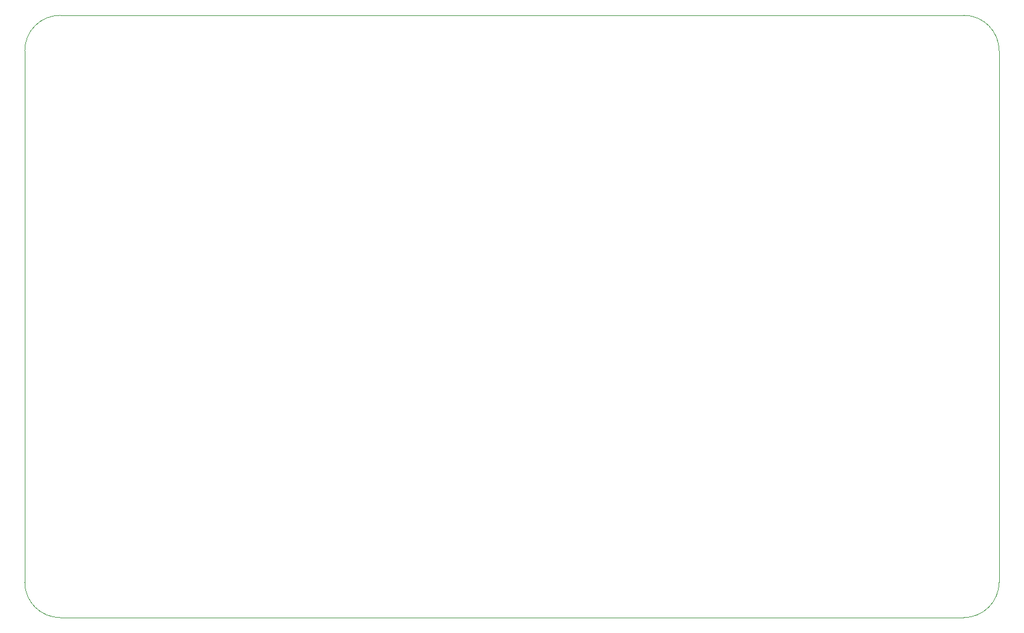
<source format=gbr>
%TF.GenerationSoftware,KiCad,Pcbnew,(6.0.0)*%
%TF.CreationDate,2022-06-21T21:01:45-05:00*%
%TF.ProjectId,Teensey_cube4^3,5465656e-7365-4795-9f63-756265345e33,rev?*%
%TF.SameCoordinates,Original*%
%TF.FileFunction,Profile,NP*%
%FSLAX46Y46*%
G04 Gerber Fmt 4.6, Leading zero omitted, Abs format (unit mm)*
G04 Created by KiCad (PCBNEW (6.0.0)) date 2022-06-21 21:01:45*
%MOMM*%
%LPD*%
G01*
G04 APERTURE LIST*
%TA.AperFunction,Profile*%
%ADD10C,0.100000*%
%TD*%
G04 APERTURE END LIST*
D10*
X210820000Y-144780000D02*
X81280000Y-144780000D01*
X81280000Y-58420000D02*
X210820000Y-58420000D01*
X81280000Y-58420000D02*
G75*
G03*
X76200000Y-63500000I2J-5080002D01*
G01*
X210820000Y-144780000D02*
G75*
G03*
X215900000Y-139700000I-2J5080002D01*
G01*
X215900000Y-63500000D02*
G75*
G03*
X210820000Y-58420000I-5080002J-2D01*
G01*
X215900000Y-63500000D02*
X215900000Y-139700000D01*
X76200000Y-139700000D02*
G75*
G03*
X81280000Y-144780000I5080002J2D01*
G01*
X76200000Y-139700000D02*
X76200000Y-63500000D01*
M02*

</source>
